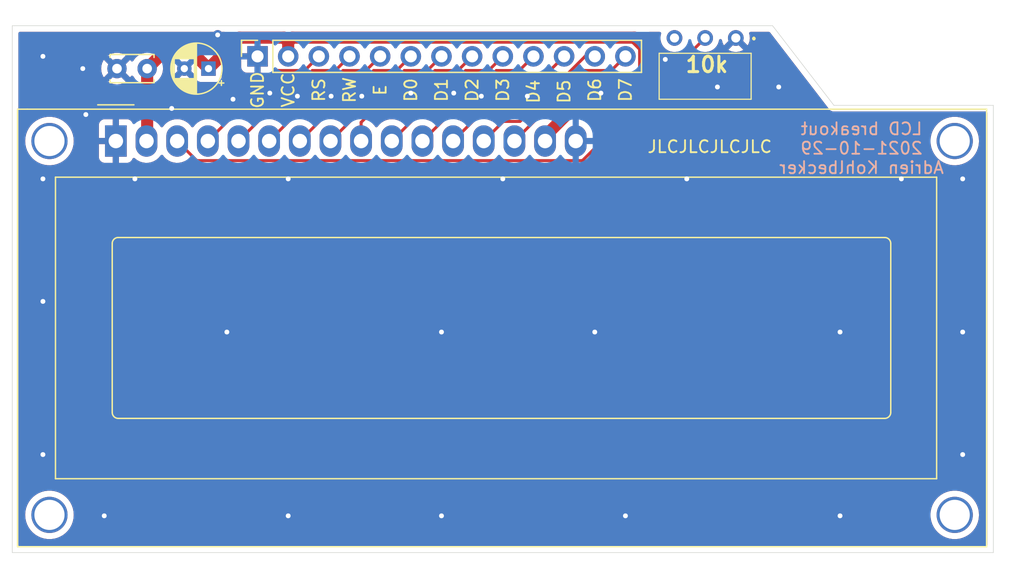
<source format=kicad_pcb>
(kicad_pcb (version 20211014) (generator pcbnew)
  (layers (0 "F.Cu" signal) (31 "B.Cu" signal) (34 "B.Paste" user) (35 "F.Paste" user) (36 "B.SilkS" user "B.Silkscreen") (37 "F.SilkS" user "F.Silkscreen") (38 "B.Mask" user) (39 "F.Mask" user) (44 "Edge.Cuts" user))
  (net 0 "")
  (net 1 "GND")
  (net 2 "VCC")
  (net 3 "Net-(DS1-Pad14)")
  (net 4 "Net-(DS1-Pad13)")
  (net 5 "Net-(DS1-Pad12)")
  (net 6 "Net-(DS1-Pad11)")
  (net 7 "Net-(DS1-Pad10)")
  (net 8 "Net-(DS1-Pad9)")
  (net 9 "Net-(DS1-Pad8)")
  (net 10 "Net-(DS1-Pad7)")
  (net 11 "Net-(DS1-Pad6)")
  (net 12 "Net-(DS1-Pad5)")
  (net 13 "Net-(DS1-Pad4)")
  (net 14 "Net-(DS1-Pad3)")
  (footprint "Capacitor_THT:C_Disc_D3.4mm_W2.1mm_P2.50mm" (layer "F.Cu") (at 107.696 92.456 180)
    (fp_text reference "C2" hide)
    (fp_text value "100nF")
    (fp_line (start -0.57 -1.17) (end 3.07 -1.17) (layer "F.SilkS") (width 0.12))
    (fp_line (start 3.07 0.925) (end 3.07 1.17) (layer "F.SilkS") (width 0.12))
    (fp_line (start -0.57 0.925) (end -0.57 1.17) (layer "F.SilkS") (width 0.12))
    (fp_line (start -0.57 -1.17) (end -0.57 -0.925) (layer "F.SilkS") (width 0.12))
    (fp_line (start -0.57 1.17) (end 3.07 1.17) (layer "F.SilkS") (width 0.12))
    (fp_line (start 3.07 -1.17) (end 3.07 -0.925) (layer "F.SilkS") (width 0.12))
    (pad "1" thru_hole circle locked (at 0 0 180) (size 1.6 1.6) (drill 0.8) (layers *.Cu *.Mask) (net 2 "VCC"))
    (pad "2" thru_hole circle locked (at 2.5 0 180) (size 1.6 1.6) (drill 0.8) (layers *.Cu *.Mask) (net 1 "GND"))
  )
  (footprint "Connector_PinSocket_2.54mm:PinSocket_1x13_P2.54mm_Vertical" (layer "F.Cu") (at 116.84 91.44 90)
    (fp_text reference "J1" hide)
    (fp_text value "Conn_01x13")
    (fp_line (start 1.33 1.27) (end 1.33 31.81) (layer "F.SilkS") (width 0.12))
    (fp_line (start 0 -1.33) (end 1.33 -1.33) (layer "F.SilkS") (width 0.12))
    (fp_line (start 1.33 -1.33) (end 1.33 0) (layer "F.SilkS") (width 0.12))
    (fp_line (start -1.33 31.81) (end 1.33 31.81) (layer "F.SilkS") (width 0.12))
    (fp_line (start -1.33 1.27) (end 1.33 1.27) (layer "F.SilkS") (width 0.12))
    (fp_line (start -1.33 1.27) (end -1.33 31.81) (layer "F.SilkS") (width 0.12))
    (pad "1" thru_hole rect locked (at 0 0 90) (size 1.7 1.7) (drill 1) (layers *.Cu *.Mask) (net 1 "GND"))
    (pad "2" thru_hole oval locked (at 0 2.54 90) (size 1.7 1.7) (drill 1) (layers *.Cu *.Mask) (net 2 "VCC"))
    (pad "3" thru_hole oval locked (at 0 5.08 90) (size 1.7 1.7) (drill 1) (layers *.Cu *.Mask) (net 13 "Net-(DS1-Pad4)"))
    (pad "4" thru_hole oval locked (at 0 7.62 90) (size 1.7 1.7) (drill 1) (layers *.Cu *.Mask) (net 12 "Net-(DS1-Pad5)"))
    (pad "5" thru_hole oval locked (at 0 10.16 90) (size 1.7 1.7) (drill 1) (layers *.Cu *.Mask) (net 11 "Net-(DS1-Pad6)"))
    (pad "6" thru_hole oval locked (at 0 12.7 90) (size 1.7 1.7) (drill 1) (layers *.Cu *.Mask) (net 10 "Net-(DS1-Pad7)"))
    (pad "7" thru_hole oval locked (at 0 15.24 90) (size 1.7 1.7) (drill 1) (layers *.Cu *.Mask) (net 9 "Net-(DS1-Pad8)"))
    (pad "8" thru_hole oval locked (at 0 17.78 90) (size 1.7 1.7) (drill 1) (layers *.Cu *.Mask) (net 8 "Net-(DS1-Pad9)"))
    (pad "9" thru_hole oval locked (at 0 20.32 90) (size 1.7 1.7) (drill 1) (layers *.Cu *.Mask) (net 7 "Net-(DS1-Pad10)"))
    (pad "10" thru_hole oval locked (at 0 22.86 90) (size 1.7 1.7) (drill 1) (layers *.Cu *.Mask) (net 6 "Net-(DS1-Pad11)"))
    (pad "11" thru_hole oval locked (at 0 25.4 90) (size 1.7 1.7) (drill 1) (layers *.Cu *.Mask) (net 5 "Net-(DS1-Pad12)"))
    (pad "12" thru_hole oval locked (at 0 27.94 90) (size 1.7 1.7) (drill 1) (layers *.Cu *.Mask) (net 4 "Net-(DS1-Pad13)"))
    (pad "13" thru_hole oval locked (at 0 30.48 90) (size 1.7 1.7) (drill 1) (layers *.Cu *.Mask) (net 3 "Net-(DS1-Pad14)"))
  )
  (footprint "lcd:3352W1502LF" (layer "F.Cu") (at 156.464 89.916 180)
    (fp_text reference "RV1" hide)
    (fp_text value "10k" (at 2.4 -2.214) (layer "F.SilkS") (effects (font (size 1.27 1.27) (thickness 0.254))))
    (fp_line (start -1.27 -5.08) (end -1.27 -1.27) (layer "F.SilkS") (width 0.1))
    (fp_line (start 6.35 -5.08) (end -1.27 -5.08) (layer "F.SilkS") (width 0.1))
    (fp_line (start -1.5 0) (end -1.5 0) (layer "F.SilkS") (width 0.2))
    (fp_line (start -1.5 0) (end -1.5 0) (layer "F.SilkS") (width 0.2))
    (fp_line (start 6.35 -1.27) (end 6.35 -5.08) (layer "F.SilkS") (width 0.1))
    (fp_line (start -1.5 -0.1) (end -1.5 -0.1) (layer "F.SilkS") (width 0.2))
    (fp_line (start -1.27 -1.27) (end 6.35 -1.27) (layer "F.SilkS") (width 0.1))
    (fp_arc (start -1.5 -0.1) (mid -1.45 -0.05) (end -1.5 0) (layer "F.SilkS") (width 0.2))
    (fp_arc (start -1.5 0) (mid -1.55 -0.05) (end -1.5 -0.1) (layer "F.SilkS") (width 0.2))
    (fp_arc (start -1.5 -0.1) (mid -1.45 -0.05) (end -1.5 0) (layer "F.SilkS") (width 0.2))
    (pad "1" thru_hole circle locked (at 0 0 180) (size 1.303 1.303) (drill 0.76) (layers *.Cu *.Mask) (net 1 "GND"))
    (pad "2" thru_hole circle locked (at 2.54 0 180) (size 1.303 1.303) (drill 0.76) (layers *.Cu *.Mask) (net 14 "Net-(DS1-Pad3)"))
    (pad "3" thru_hole circle locked (at 5.08 0 180) (size 1.303 1.303) (drill 0.76) (layers *.Cu *.Mask))
  )
  (footprint "Display:WC1602A" (layer "F.Cu") (at 105.101 98.461)
    (fp_text reference "DS1" hide)
    (fp_text value "WC1602A")
    (fp_line (start 63.70066 23) (end 0.2 23) (layer "F.SilkS") (width 0.12))
    (fp_line (start -1.5 -3) (end 1.5 -3) (layer "F.SilkS") (width 0.12))
    (fp_line (start -5 28) (end -5 3) (layer "F.SilkS") (width 0.12))
    (fp_line (start -8.14 -2.64) (end -8.14 33.64) (layer "F.SilkS") (width 0.12))
    (fp_line (start 72.14 -2.64) (end -7.34 -2.64) (layer "F.SilkS") (width 0.12))
    (fp_line (start -8.14 33.64) (end 72.14 33.64) (layer "F.SilkS") (width 0.12))
    (fp_line (start -8.13 -2.64) (end -7.34 -2.64) (layer "F.SilkS") (width 0.12))
    (fp_line (start -5 3) (end 68 3) (layer "F.SilkS") (width 0.12))
    (fp_line (start 64.2 8.5) (end 64.2 22.5) (layer "F.SilkS") (width 0.12))
    (fp_line (start 72.14 33.64) (end 72.14 -2.64) (layer "F.SilkS") (width 0.12))
    (fp_line (start 68 3) (end 68 28) (layer "F.SilkS") (width 0.12))
    (fp_line (start -0.29972 22.49932) (end -0.29972 8.5) (layer "F.SilkS") (width 0.12))
    (fp_line (start 68 28) (end -5 28) (layer "F.SilkS") (width 0.12))
    (fp_line (start 0.2 8) (end 63.7 8) (layer "F.SilkS") (width 0.12))
    (fp_arc (start 0.20066 22.9997) (mid -0.153162 22.853142) (end -0.29972 22.49932) (layer "F.SilkS") (width 0.12))
    (fp_arc (start -0.29972 8.49884) (mid -0.153162 8.145018) (end 0.20066 7.99846) (layer "F.SilkS") (width 0.12))
    (fp_arc (start 63.7 8) (mid 64.053553 8.146447) (end 64.2 8.5) (layer "F.SilkS") (width 0.12))
    (fp_arc (start 64.20104 22.49932) (mid 64.054473 22.853115) (end 63.70066 22.9997) (layer "F.SilkS") (width 0.12))
    (pad "" thru_hole circle locked (at 69.5 0) (size 3 3) (drill 2.5) (layers *.Cu *.Mask))
    (pad "" thru_hole circle locked (at -5.4991 0) (size 3 3) (drill 2.5) (layers *.Cu *.Mask))
    (pad "" thru_hole circle locked (at -5.4991 31.0007) (size 3 3) (drill 2.5) (layers *.Cu *.Mask))
    (pad "" thru_hole circle locked (at 69.49948 31.0007) (size 3 3) (drill 2.5) (layers *.Cu *.Mask))
    (pad "1" thru_hole rect locked (at 0 0) (size 1.8 2.6) (drill 1.2) (layers *.Cu *.Mask) (net 1 "GND"))
    (pad "2" thru_hole oval locked (at 2.54 0) (size 1.8 2.6) (drill 1.2) (layers *.Cu *.Mask) (net 2 "VCC"))
    (pad "3" thru_hole oval locked (at 5.08 0) (size 1.8 2.6) (drill 1.2) (layers *.Cu *.Mask) (net 14 "Net-(DS1-Pad3)"))
    (pad "4" thru_hole oval locked (at 7.62 0) (size 1.8 2.6) (drill 1.2) (layers *.Cu *.Mask) (net 13 "Net-(DS1-Pad4)"))
    (pad "5" thru_hole oval locked (at 10.16 0) (size 1.8 2.6) (drill 1.2) (layers *.Cu *.Mask) (net 12 "Net-(DS1-Pad5)"))
    (pad "6" thru_hole oval locked (at 12.7 0) (size 1.8 2.6) (drill 1.2) (layers *.Cu *.Mask) (net 11 "Net-(DS1-Pad6)"))
    (pad "7" thru_hole oval locked (at 15.24 0) (size 1.8 2.6) (drill 1.2) (layers *.Cu *.Mask) (net 10 "Net-(DS1-Pad7)"))
    (pad "8" thru_hole oval locked (at 17.78 0) (size 1.8 2.6) (drill 1.2) (layers *.Cu *.Mask) (net 9 "Net-(DS1-Pad8)"))
    (pad "9" thru_hole oval locked (at 20.32 0) (size 1.8 2.6) (drill 1.2) (layers *.Cu *.Mask) (net 8 "Net-(DS1-Pad9)"))
    (pad "10" thru_hole oval locked (at 22.86 0) (size 1.8 2.6) (drill 1.2) (layers *.Cu *.Mask) (net 7 "Net-(DS1-Pad10)"))
    (pad "11" thru_hole oval locked (at 25.4 0) (size 1.8 2.6) (drill 1.2) (layers *.Cu *.Mask) (net 6 "Net-(DS1-Pad11)"))
    (pad "12" thru_hole oval locked (at 27.94 0) (size 1.8 2.6) (drill 1.2) (layers *.Cu *.Mask) (net 5 "Net-(DS1-Pad12)"))
    (pad "13" thru_hole oval locked (at 30.48 0) (size 1.8 2.6) (drill 1.2) (layers *.Cu *.Mask) (net 4 "Net-(DS1-Pad13)"))
    (pad "14" thru_hole oval locked (at 33.02 0) (size 1.8 2.6) (drill 1.2) (layers *.Cu *.Mask) (net 3 "Net-(DS1-Pad14)"))
    (pad "15" thru_hole oval locked (at 35.56 0) (size 1.8 2.6) (drill 1.2) (layers *.Cu *.Mask) (net 2 "VCC"))
    (pad "16" thru_hole oval locked (at 38.1 0) (size 1.8 2.6) (drill 1.2) (layers *.Cu *.Mask) (net 1 "GND"))
  )
  (footprint "Capacitor_THT:CP_Radial_D4.0mm_P2.00mm" (layer "F.Cu") (at 112.776 92.456 180)
    (fp_text reference "C1" hide)
    (fp_text value "10uF")
    (fp_line (start 1.721 -1.954) (end 1.721 -0.84) (layer "F.SilkS") (width 0.12))
    (fp_line (start 1.4 -2.042) (end 1.4 -0.84) (layer "F.SilkS") (width 0.12))
    (fp_line (start 2.681 0.84) (end 2.681 1.254) (layer "F.SilkS") (width 0.12))
    (fp_line (start 2.121 -1.76) (end 2.121 -0.84) (layer "F.SilkS") (width 0.12))
    (fp_line (start 2.481 -1.478) (end 2.481 -0.84) (layer "F.SilkS") (width 0.12))
    (fp_line (start 1.04 -2.08) (end 1.04 2.08) (layer "F.SilkS") (width 0.12))
    (fp_line (start 2.001 -1.83) (end 2.001 -0.84) (layer "F.SilkS") (width 0.12))
    (fp_line (start 1.48 -2.025) (end 1.48 -0.84) (layer "F.SilkS") (width 0.12))
    (fp_line (start 1.36 0.84) (end 1.36 2.05) (layer "F.SilkS") (width 0.12))
    (fp_line (start 3.081 -0.37) (end 3.081 0.37) (layer "F.SilkS") (width 0.12))
    (fp_line (start 1.52 -2.016) (end 1.52 -0.84) (layer "F.SilkS") (width 0.12))
    (fp_line (start 2.801 -1.08) (end 2.801 -0.84) (layer "F.SilkS") (width 0.12))
    (fp_line (start 2.561 0.84) (end 2.561 1.396) (layer "F.SilkS") (width 0.12))
    (fp_line (start 2.481 0.84) (end 2.481 1.478) (layer "F.SilkS") (width 0.12))
    (fp_line (start 1.68 0.84) (end 1.68 1.968) (layer "F.SilkS") (width 0.12))
    (fp_line (start 2.041 0.84) (end 2.041 1.808) (layer "F.SilkS") (width 0.12))
    (fp_line (start 2.241 0.84) (end 2.241 1.68) (layer "F.SilkS") (width 0.12))
    (fp_line (start 2.161 -1.735) (end 2.161 -0.84) (layer "F.SilkS") (width 0.12))
    (fp_line (start 2.921 -0.859) (end 2.921 0.859) (layer "F.SilkS") (width 0.12))
    (fp_line (start 1.6 -1.994) (end 1.6 -0.84) (layer "F.SilkS") (width 0.12))
    (fp_line (start 1.48 0.84) (end 1.48 2.025) (layer "F.SilkS") (width 0.12))
    (fp_line (start 2.281 0.84) (end 2.281 1.65) (layer "F.SilkS") (width 0.12))
    (fp_line (start 2.761 0.84) (end 2.761 1.142) (layer "F.SilkS") (width 0.12))
    (fp_line (start 1.44 0.84) (end 1.44 2.034) (layer "F.SilkS") (width 0.12))
    (fp_line (start 2.401 -1.552) (end 2.401 -0.84) (layer "F.SilkS") (width 0.12))
    (fp_line (start 1.64 0.84) (end 1.64 1.982) (layer "F.SilkS") (width 0.12))
    (fp_line (start 1.761 -1.94) (end 1.761 -0.84) (layer "F.SilkS") (width 0.12))
    (fp_line (start 1.32 -2.056) (end 1.32 -0.84) (layer "F.SilkS") (width 0.12))
    (fp_line (start 1.2 0.84) (end 1.2 2.071) (layer "F.SilkS") (width 0.12))
    (fp_line (start 1.841 0.84) (end 1.841 1.907) (layer "F.SilkS") (width 0.12))
    (fp_line (start 1.961 -1.851) (end 1.961 -0.84) (layer "F.SilkS") (width 0.12))
    (fp_line (start 2.561 -1.396) (end 2.561 -0.84) (layer "F.SilkS") (width 0.12))
    (fp_line (start 2.361 0.84) (end 2.361 1.587) (layer "F.SilkS") (width 0.12))
    (fp_line (start 1.36 -2.05) (end 1.36 -0.84) (layer "F.SilkS") (width 0.12))
    (fp_line (start 1.961 0.84) (end 1.961 1.851) (layer "F.SilkS") (width 0.12))
    (fp_line (start 2.881 -0.94) (end 2.881 0.94) (layer "F.SilkS") (width 0.12))
    (fp_line (start -1.269801 -1.195) (end -0.869801 -1.195) (layer "F.SilkS") (width 0.12))
    (fp_line (start 1.12 -2.077) (end 1.12 2.077) (layer "F.SilkS") (width 0.12))
    (fp_line (start 1.28 -2.062) (end 1.28 -0.84) (layer "F.SilkS") (width 0.12))
    (fp_line (start 2.841 -1.013) (end 2.841 1.013) (layer "F.SilkS") (width 0.12))
    (fp_line (start 1.44 -2.034) (end 1.44 -0.84) (layer "F.SilkS") (width 0.12))
    (fp_line (start 2.281 -1.65) (end 2.281 -0.84) (layer "F.SilkS") (width 0.12))
    (fp_line (start 1.761 0.84) (end 1.761 1.94) (layer "F.SilkS") (width 0.12))
    (fp_line (start 2.601 0.84) (end 2.601 1.351) (layer "F.SilkS") (width 0.12))
    (fp_line (start 1.52 0.84) (end 1.52 2.016) (layer "F.SilkS") (width 0.12))
    (fp_line (start 2.521 -1.438) (end 2.521 -0.84) (layer "F.SilkS") (width 0.12))
    (fp_line (start 1.24 -2.067) (end 1.24 -0.84) (layer "F.SilkS") (width 0.12))
    (fp_line (start 2.401 0.84) (end 2.401 1.552) (layer "F.SilkS") (width 0.12))
    (fp_line (start 1.28 0.84) (end 1.28 2.062) (layer "F.SilkS") (width 0.12))
    (fp_line (start 1.64 -1.982) (end 1.64 -0.84) (layer "F.SilkS") (width 0.12))
    (fp_line (start 2.321 0.84) (end 2.321 1.619) (layer "F.SilkS") (width 0.12))
    (fp_line (start 1.921 0.84) (end 1.921 1.87) (layer "F.SilkS") (width 0.12))
    (fp_line (start 1.16 -2.074) (end 1.16 2.074) (layer "F.SilkS") (width 0.12))
    (fp_line (start 2.201 -1.708) (end 2.201 -0.84) (layer "F.SilkS") (width 0.12))
    (fp_line (start 1.32 0.84) (end 1.32 2.056) (layer "F.SilkS") (width 0.12))
    (fp_line (start 2.721 -1.2) (end 2.721 -0.84) (layer "F.SilkS") (width 0.12))
    (fp_line (start 2.681 -1.254) (end 2.681 -0.84) (layer "F.SilkS") (width 0.12))
    (fp_line (start 2.161 0.84) (end 2.161 1.735) (layer "F.SilkS") (width 0.12))
    (fp_line (start 2.361 -1.587) (end 2.361 -0.84) (layer "F.SilkS") (width 0.12))
    (fp_line (start 2.641 0.84) (end 2.641 1.304) (layer "F.SilkS") (width 0.12))
    (fp_line (start -1.069801 -1.395) (end -1.069801 -0.995) (layer "F.SilkS") (width 0.12))
    (fp_line (start 1 -2.08) (end 1 2.08) (layer "F.SilkS") (width 0.12))
    (fp_line (start 2.441 0.84) (end 2.441 1.516) (layer "F.SilkS") (width 0.12))
    (fp_line (start 2.961 -0.768) (end 2.961 0.768) (layer "F.SilkS") (width 0.12))
    (fp_line (start 1.841 -1.907) (end 1.841 -0.84) (layer "F.SilkS") (width 0.12))
    (fp_line (start 2.201 0.84) (end 2.201 1.708) (layer "F.SilkS") (width 0.12))
    (fp_line (start 1.801 0.84) (end 1.801 1.924) (layer "F.SilkS") (width 0.12))
    (fp_line (start 3.001 -0.664) (end 3.001 0.664) (layer "F.SilkS") (width 0.12))
    (fp_line (start 2.761 -1.142) (end 2.761 -0.84) (layer "F.SilkS") (width 0.12))
    (fp_line (start 1.6 0.84) (end 1.6 1.994) (layer "F.SilkS") (width 0.12))
    (fp_line (start 2.321 -1.619) (end 2.321 -0.84) (layer "F.SilkS") (width 0.12))
    (fp_line (start 2.041 -1.808) (end 2.041 -0.84) (layer "F.SilkS") (width 0.12))
    (fp_line (start 1.56 -2.005) (end 1.56 -0.84) (layer "F.SilkS") (width 0.12))
    (fp_line (start 1.881 -1.889) (end 1.881 -0.84) (layer "F.SilkS") (width 0.12))
    (fp_line (start 2.721 0.84) (end 2.721 1.2) (layer "F.SilkS") (width 0.12))
    (fp_line (start 1.801 -1.924) (end 1.801 -0.84) (layer "F.SilkS") (width 0.12))
    (fp_line (start 1.56 0.84) (end 1.56 2.005) (layer "F.SilkS") (width 0.12))
    (fp_line (start 1.2 -2.071) (end 1.2 -0.84) (layer "F.SilkS") (width 0.12))
    (fp_line (start 1.4 0.84) (end 1.4 2.042) (layer "F.SilkS") (width 0.12))
    (fp_line (start 3.041 -0.537) (end 3.041 0.537) (layer "F.SilkS") (width 0.12))
    (fp_line (start 2.241 -1.68) (end 2.241 -0.84) (layer "F.SilkS") (width 0.12))
    (fp_line (start 1.68 -1.968) (end 1.68 -0.84) (layer "F.SilkS") (width 0.12))
    (fp_line (start 2.121 0.84) (end 2.121 1.76) (layer "F.SilkS") (width 0.12))
    (fp_line (start 1.881 0.84) (end 1.881 1.889) (layer "F.SilkS") (width 0.12))
    (fp_line (start 1.721 0.84) (end 1.721 1.954) (layer "F.SilkS") (width 0.12))
    (fp_line (start 2.001 0.84) (end 2.001 1.83) (layer "F.SilkS") (width 0.12))
    (fp_line (start 2.601 -1.351) (end 2.601 -0.84) (layer "F.SilkS") (width 0.12))
    (fp_line (start 1.08 -2.079) (end 1.08 2.079) (layer "F.SilkS") (width 0.12))
    (fp_line (start 2.441 -1.516) (end 2.441 -0.84) (layer "F.SilkS") (width 0.12))
    (fp_line (start 1.921 -1.87) (end 1.921 -0.84) (layer "F.SilkS") (width 0.12))
    (fp_line (start 1.24 0.84) (end 1.24 2.067) (layer "F.SilkS") (width 0.12))
    (fp_line (start 2.801 0.84) (end 2.801 1.08) (layer "F.SilkS") (width 0.12))
    (fp_line (start 2.521 0.84) (end 2.521 1.438) (layer "F.SilkS") (width 0.12))
    (fp_line (start 2.081 -1.785) (end 2.081 -0.84) (layer "F.SilkS") (width 0.12))
    (fp_line (start 2.081 0.84) (end 2.081 1.785) (layer "F.SilkS") (width 0.12))
    (fp_line (start 2.641 -1.304) (end 2.641 -0.84) (layer "F.SilkS") (width 0.12))
    (fp_circle (center 1 0) (end 3.12 0) (layer "F.SilkS") (width 0.12) (fill none))
    (pad "1" thru_hole rect locked (at 0 0 180) (size 1.2 1.2) (drill 0.6) (layers *.Cu *.Mask) (net 2 "VCC"))
    (pad "2" thru_hole circle locked (at 2 0 180) (size 1.2 1.2) (drill 0.6) (layers *.Cu *.Mask) (net 1 "GND"))
  )
  (gr_line (start 177.8 132.588) (end 96.52 132.588) (layer "Edge.Cuts") (width 0.05))
  (gr_line (start 96.52 132.588) (end 96.52 88.9) (layer "Edge.Cuts") (width 0.05))
  (gr_line (start 159.512 88.9) (end 164.592 95.504) (layer "Edge.Cuts") (width 0.05))
  (gr_line (start 96.52 88.9) (end 159.512 88.9) (layer "Edge.Cuts") (width 0.05))
  (gr_line (start 177.8 95.504) (end 177.8 132.588) (layer "Edge.Cuts") (width 0.05))
  (gr_line (start 164.592 95.504) (end 177.8 95.504) (layer "Edge.Cuts") (width 0.05))
  (gr_text "LCD breakout\n2021-10-29\nAdrien Kohlbecker" (at 166.878 99.06) (layer "B.SilkS") (effects (font (size 1 1)) (justify mirror)))
  (gr_text "D5" (at 142.24 94.361 90) (layer "F.SilkS") (effects (font (size 1 1))))
  (gr_text "D7" (at 147.32 94.234 90) (layer "F.SilkS") (effects (font (size 1 1))))
  (gr_text "D2" (at 134.62 94.234 90) (layer "F.SilkS") (effects (font (size 1 1))))
  (gr_text "RS" (at 121.92 94.234 90) (layer "F.SilkS") (effects (font (size 1 1))))
  (gr_text "D6" (at 144.78 94.234 90) (layer "F.SilkS") (effects (font (size 1 1))))
  (gr_text "E" (at 127 94.234 90) (layer "F.SilkS") (effects (font (size 1 1))))
  (gr_text "JLCJLCJLCJLC" (at 154.305 98.933) (layer "F.SilkS") (effects (font (size 1 1))))
  (gr_text "RW" (at 124.46 94.234 90) (layer "F.SilkS") (effects (font (size 1 1))))
  (gr_text "D0" (at 129.54 94.234 90) (layer "F.SilkS") (effects (font (size 1 1))))
  (gr_text "GND" (at 116.84 94.234 90) (layer "F.SilkS") (effects (font (size 1 1))))
  (gr_text "D4" (at 139.7 94.361 90) (layer "F.SilkS") (effects (font (size 1 1))))
  (gr_text "VCC" (at 119.38 94.234 90) (layer "F.SilkS") (effects (font (size 1 1))))
  (gr_text "D1" (at 132.08 94.234 90) (layer "F.SilkS") (effects (font (size 1 1))))
  (gr_text "D3" (at 137.16 94.234 90) (layer "F.SilkS") (effects (font (size 1 1))))
  (via (at 132.08 129.54) (size 0.8) (drill 0.4) (layers "F.Cu" "B.Cu") (net 1))
  (via (at 125.476 94.742) (size 0.8) (drill 0.4) (layers "F.Cu" "B.Cu") (net 1))
  (via (at 133.096 94.488) (size 0.8) (drill 0.4) (layers "F.Cu" "B.Cu") (net 1))
  (via (at 114.808 94.996) (size 0.8) (drill 0.4) (layers "F.Cu" "B.Cu") (net 1))
  (via (at 139.192 94.742) (size 0.8) (drill 0.4) (layers "F.Cu" "B.Cu") (net 1))
  (via (at 154.94 93.98) (size 0.8) (drill 0.4) (layers "F.Cu" "B.Cu") (net 1))
  (via (at 113.538 89.662) (size 0.8) (drill 0.4) (layers "F.Cu" "B.Cu") (net 1))
  (via (at 150.622 91.694) (size 0.8) (drill 0.4) (layers "F.Cu" "B.Cu") (net 1))
  (via (at 175.26 114.3) (size 0.8) (drill 0.4) (layers "F.Cu" "B.Cu") (net 1))
  (via (at 170.18 101.6) (size 0.8) (drill 0.4) (layers "F.Cu" "B.Cu") (net 1))
  (via (at 102.616 96.266) (size 0.8) (drill 0.4) (layers "F.Cu" "B.Cu") (net 1))
  (via (at 104.14 129.54) (size 0.8) (drill 0.4) (layers "F.Cu" "B.Cu") (net 1))
  (via (at 165.1 129.54) (size 0.8) (drill 0.4) (layers "F.Cu" "B.Cu") (net 1))
  (via (at 102.362 92.456) (size 0.8) (drill 0.4) (layers "F.Cu" "B.Cu") (net 1))
  (via (at 122.936 94.742) (size 0.8) (drill 0.4) (layers "F.Cu" "B.Cu") (net 1))
  (via (at 152.4 101.6) (size 0.8) (drill 0.4) (layers "F.Cu" "B.Cu") (net 1))
  (via (at 119.38 101.6) (size 0.8) (drill 0.4) (layers "F.Cu" "B.Cu") (net 1))
  (via (at 99.06 111.76) (size 0.8) (drill 0.4) (layers "F.Cu" "B.Cu") (net 1))
  (via (at 106.68 101.6) (size 0.8) (drill 0.4) (layers "F.Cu" "B.Cu") (net 1))
  (via (at 175.26 101.6) (size 0.8) (drill 0.4) (layers "F.Cu" "B.Cu") (net 1))
  (via (at 120.142 94.742) (size 0.8) (drill 0.4) (layers "F.Cu" "B.Cu") (net 1))
  (via (at 132.08 114.3) (size 0.8) (drill 0.4) (layers "F.Cu" "B.Cu") (net 1))
  (via (at 145.288 94.488) (size 0.8) (drill 0.4) (layers "F.Cu" "B.Cu") (net 1))
  (via (at 135.382 94.742) (size 0.8) (drill 0.4) (layers "F.Cu" "B.Cu") (net 1))
  (via (at 119.38 129.54) (size 0.8) (drill 0.4) (layers "F.Cu" "B.Cu") (net 1))
  (via (at 129.54 94.488) (size 0.8) (drill 0.4) (layers "F.Cu" "B.Cu") (net 1))
  (via (at 109.728 95.758) (size 0.8) (drill 0.4) (layers "F.Cu" "B.Cu") (net 1))
  (via (at 175.26 124.46) (size 0.8) (drill 0.4) (layers "F.Cu" "B.Cu") (net 1))
  (via (at 99.06 101.6) (size 0.8) (drill 0.4) (layers "F.Cu" "B.Cu") (net 1))
  (via (at 144.78 114.3) (size 0.8) (drill 0.4) (layers "F.Cu" "B.Cu") (net 1))
  (via (at 137.16 101.6) (size 0.8) (drill 0.4) (layers "F.Cu" "B.Cu") (net 1))
  (via (at 117.856 94.488) (size 0.8) (drill 0.4) (layers "F.Cu" "B.Cu") (net 1))
  (via (at 114.3 114.3) (size 0.8) (drill 0.4) (layers "F.Cu" "B.Cu") (net 1))
  (via (at 165.1 114.3) (size 0.8) (drill 0.4) (layers "F.Cu" "B.Cu") (net 1))
  (via (at 160.02 93.98) (size 0.8) (drill 0.4) (layers "F.Cu" "B.Cu") (net 1))
  (via (at 99.06 124.46) (size 0.8) (drill 0.4) (layers "F.Cu" "B.Cu") (net 1))
  (via (at 99.06 91.44) (size 0.8) (drill 0.4) (layers "F.Cu" "B.Cu") (net 1))
  (via (at 147.32 129.54) (size 0.8) (drill 0.4) (layers "F.Cu" "B.Cu") (net 1))
  (segment (start 119.38 90.237919) (end 119.72792 89.889999) (width 1) (layer "F.Cu") (net 2))
  (segment (start 119.72792 89.889999) (end 148.064001 89.889999) (width 1) (layer "F.Cu") (net 2))
  (segment (start 119.03208 89.889999) (end 115.342001 89.889999) (width 1) (layer "F.Cu") (net 2))
  (segment (start 140.661 98.061) (end 140.661 98.461) (width 1) (layer "F.Cu") (net 2))
  (segment (start 107.696 98.406) (end 107.641 98.461) (width 1) (layer "F.Cu") (net 2))
  (segment (start 148.064001 89.889999) (end 148.870001 90.695999) (width 1) (layer "F.Cu") (net 2))
  (segment (start 111.475999 91.155999) (end 108.996001 91.155999) (width 1) (layer "F.Cu") (net 2))
  (segment (start 119.38 90.237919) (end 119.03208 89.889999) (width 1) (layer "F.Cu") (net 2))
  (segment (start 142.561 96.161) (end 140.661 98.061) (width 1) (layer "F.Cu") (net 2))
  (segment (start 115.342001 89.889999) (end 112.776 92.456) (width 1) (layer "F.Cu") (net 2))
  (segment (start 148.870001 90.695999) (end 148.870001 93.803259) (width 1) (layer "F.Cu") (net 2))
  (segment (start 148.870001 93.803259) (end 146.51226 96.161) (width 1) (layer "F.Cu") (net 2))
  (segment (start 108.996001 91.155999) (end 107.696 92.456) (width 1) (layer "F.Cu") (net 2))
  (segment (start 146.51226 96.161) (end 142.561 96.161) (width 1) (layer "F.Cu") (net 2))
  (segment (start 119.38 91.44) (end 119.38 90.237919) (width 1) (layer "F.Cu") (net 2))
  (segment (start 107.696 92.456) (end 107.696 98.406) (width 1) (layer "F.Cu") (net 2))
  (segment (start 112.776 92.456) (end 111.475999 91.155999) (width 1) (layer "F.Cu") (net 2))
  (segment (start 146.144999 92.615001) (end 143.966999 92.615001) (width 0.25) (layer "F.Cu") (net 3))
  (segment (start 147.32 91.44) (end 146.144999 92.615001) (width 0.25) (layer "F.Cu") (net 3))
  (segment (start 143.966999 92.615001) (end 138.121 98.461) (width 0.25) (layer "F.Cu") (net 3))
  (segment (start 143.979002 91.44) (end 138.583012 96.83599) (width 0.25) (layer "F.Cu") (net 4))
  (segment (start 144.78 91.44) (end 143.979002 91.44) (width 0.25) (layer "F.Cu") (net 4))
  (segment (start 137.20601 96.83599) (end 135.581 98.461) (width 0.25) (layer "F.Cu") (net 4))
  (segment (start 138.583012 96.83599) (end 137.20601 96.83599) (width 0.25) (layer "F.Cu") (net 4))
  (segment (start 142.24 91.44) (end 140.614988 93.065012) (width 0.25) (layer "F.Cu") (net 5))
  (segment (start 138.436988 93.065012) (end 133.041 98.461) (width 0.25) (layer "F.Cu") (net 5))
  (segment (start 140.614988 93.065012) (end 138.436988 93.065012) (width 0.25) (layer "F.Cu") (net 5))
  (segment (start 136.171399 93.065012) (end 135.896988 93.065012) (width 0.25) (layer "F.Cu") (net 6))
  (segment (start 139.7 91.44) (end 138.524999 92.615001) (width 0.25) (layer "F.Cu") (net 6))
  (segment (start 136.621409 92.615001) (end 136.171399 93.065012) (width 0.25) (layer "F.Cu") (net 6))
  (segment (start 138.524999 92.615001) (end 136.621409 92.615001) (width 0.25) (layer "F.Cu") (net 6))
  (segment (start 135.896988 93.065012) (end 130.501 98.461) (width 0.25) (layer "F.Cu") (net 6))
  (segment (start 135.984999 92.615001) (end 134.081409 92.615001) (width 0.25) (layer "F.Cu") (net 7))
  (segment (start 133.356988 93.065012) (end 127.961 98.461) (width 0.25) (layer "F.Cu") (net 7))
  (segment (start 137.16 91.44) (end 135.984999 92.615001) (width 0.25) (layer "F.Cu") (net 7))
  (segment (start 134.081409 92.615001) (end 133.631399 93.065012) (width 0.25) (layer "F.Cu") (net 7))
  (segment (start 133.631399 93.065012) (end 133.356988 93.065012) (width 0.25) (layer "F.Cu") (net 7))
  (segment (start 131.541409 92.615001) (end 131.091399 93.065012) (width 0.25) (layer "F.Cu") (net 8))
  (segment (start 129.266988 93.065012) (end 125.421 96.911) (width 0.25) (layer "F.Cu") (net 8))
  (segment (start 134.62 91.44) (end 133.444999 92.615001) (width 0.25) (layer "F.Cu") (net 8))
  (segment (start 131.091399 93.065012) (end 129.266988 93.065012) (width 0.25) (layer "F.Cu") (net 8))
  (segment (start 133.444999 92.615001) (end 131.541409 92.615001) (width 0.25) (layer "F.Cu") (net 8))
  (segment (start 125.421 96.911) (end 125.421 98.461) (width 0.25) (layer "F.Cu") (net 8))
  (segment (start 129.001409 92.615001) (end 128.551399 93.065012) (width 0.25) (layer "F.Cu") (net 9))
  (segment (start 132.08 91.44) (end 130.904999 92.615001) (width 0.25) (layer "F.Cu") (net 9))
  (segment (start 128.276988 93.065012) (end 122.881 98.461) (width 0.25) (layer "F.Cu") (net 9))
  (segment (start 130.904999 92.615001) (end 129.001409 92.615001) (width 0.25) (layer "F.Cu") (net 9))
  (segment (start 128.551399 93.065012) (end 128.276988 93.065012) (width 0.25) (layer "F.Cu") (net 9))
  (segment (start 125.736988 93.065012) (end 120.341 98.461) (width 0.25) (layer "F.Cu") (net 10))
  (segment (start 128.364999 92.615001) (end 126.461409 92.615001) (width 0.25) (layer "F.Cu") (net 10))
  (segment (start 126.011399 93.065012) (end 125.736988 93.065012) (width 0.25) (layer "F.Cu") (net 10))
  (segment (start 126.461409 92.615001) (end 126.011399 93.065012) (width 0.25) (layer "F.Cu") (net 10))
  (segment (start 129.54 91.44) (end 128.364999 92.615001) (width 0.25) (layer "F.Cu") (net 10))
  (segment (start 127 91.44) (end 125.824999 92.615001) (width 0.25) (layer "F.Cu") (net 11))
  (segment (start 123.471399 93.065012) (end 123.196988 93.065012) (width 0.25) (layer "F.Cu") (net 11))
  (segment (start 125.824999 92.615001) (end 123.921409 92.615001) (width 0.25) (layer "F.Cu") (net 11))
  (segment (start 123.921409 92.615001) (end 123.471399 93.065012) (width 0.25) (layer "F.Cu") (net 11))
  (segment (start 123.196988 93.065012) (end 117.801 98.461) (width 0.25) (layer "F.Cu") (net 11))
  (segment (start 120.202833 93.793577) (end 119.928423 93.793577) (width 0.25) (layer "F.Cu") (net 12))
  (segment (start 123.284999 92.615001) (end 121.381409 92.615001) (width 0.25) (layer "F.Cu") (net 12))
  (segment (start 124.46 91.44) (end 123.284999 92.615001) (width 0.25) (layer "F.Cu") (net 12))
  (segment (start 119.928423 93.793577) (end 115.261 98.461) (width 0.25) (layer "F.Cu") (net 12))
  (segment (start 121.381409 92.615001) (end 120.202833 93.793577) (width 0.25) (layer "F.Cu") (net 12))
  (segment (start 120.744999 92.615001) (end 118.566999 92.615001) (width 0.25) (layer "F.Cu") (net 13))
  (segment (start 121.92 91.44) (end 120.744999 92.615001) (width 0.25) (layer "F.Cu") (net 13))
  (segment (start 118.566999 92.615001) (end 112.721 98.461) (width 0.25) (layer "F.Cu") (net 13))
  (segment (start 110.181 98.461) (end 111.80601 100.08601) (width 0.25) (layer "F.Cu") (net 14))
  (segment (start 111.80601 100.08601) (end 143.75399 100.08601) (width 0.25) (layer "F.Cu") (net 14))
  (segment (start 143.75399 100.08601) (end 153.924 89.916) (width 0.25) (layer "F.Cu") (net 14))
  (zone (net 1) (net_name "GND") (layer "F.Cu") (connect_pads (clearance 0.508)) (min_thickness 0.254) (fill yes (thermal_gap 0.508) (thermal_bridge_width 0.508))
    (polygon (pts (xy 179.324 133.096) (xy 95.504 133.604) (xy 95.504 88.392) (xy 180.34 88.392)))
  )
  (zone (net 1) (net_name "GND") (layer "B.Cu") (connect_pads (clearance 0.508)) (min_thickness 0.254) (fill yes (thermal_gap 0.508) (thermal_bridge_width 0.508))
    (polygon (pts (xy 178.816 133.604) (xy 95.504 133.096) (xy 95.504 88.392) (xy 179.324 87.884)))
  )
)
</source>
